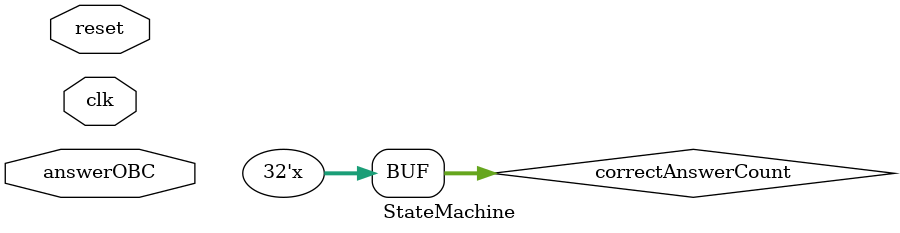
<source format=v>

`timescale 1 ns / 1 ns
	

module QuestionGeneration(input clk, output[3:0] questionToOBC);
	
	reg [3:0] question;
	always@(posedge clk)
		begin
			question = $random; //genrerate a bits question  with $random
		end
	assign questionToOBC = question;
		
endmodule

//Module qui calcule la reponse  a la question localement
//update la valeur de answer chaque fois que la question change
module localAnswer(input[3:0] question, output[3:0] answer);
		assign answer[0] = ~question[0];
		assign answer[1] = question[0] ^ question[1];
		assign answer[2] = question[1] ^ question[2];
		assign answer[3] = question[2] ^ question[3];
endmodule

module CheckModule(input[3:0] answerOBC, output result,input clk);

wire[3:0] answer;
wire[3:0] question;

QuestionGeneration q1(.clk(clk), .questionToOBC(question));

//generate local answer
localAnswer l1(question, answer);

	//compare OBC to local
	function reg answerCompare(input [3:0] answer,input [3:0] answerOBC);
		begin
			if(answer == answerOBC)
				answerCompare = 1;
			else
				answerCompare = 0;
		end
	endfunction
	//output result
	assign result = answerCompare(answer,answerOBC);

endmodule


module StateMachine(input reset,input clk, input[3:0] answerOBC);
	
	
	reg[1:0] present_state, next_state;

	
	integer i;
	integer correctAnswerCount;
	localparam start = 2'b00;
	localparam checking = 2'b01;
	localparam valid = 2'b10;
	localparam shutdown = 2'b11;//va devoir envoyer un signal au OBC 1 de shutdown et  allumer OBC2 
	wire result;//
	wire[3:0] question; 

	//state register, updates state on clk tik
	QuestionGeneration  q1(.clk(clk), .questionToOBC(question));
	CheckModule check1(.answerOBC(answerOBC), .result(result), .clk(clk));
	always@(posedge clk,posedge reset)
	
		begin
				if(reset)
					present_state = 2'b00;//b00 start state
				else
					present_state = next_state;
		end
	
	//based on present state do something
	always@(present_state)
		begin  
			case(present_state)
				start:
				begin	
				
					if(result == 1)
						next_state = valid;
					else
						next_state = checking;
				end
				
				checking:
				begin
					//comportement a voir
					//1: envoyer serie de question
					//stocker reponse dans un buffer, puis analyser le buffer
					//2: envoyer serie de question si toute les autre son bonne passer a valid sinon un autre etat de validation de pattern
					for(i=0; i < 10; i = i + 1)begin
						//envoyer question
						if(result)
							correctAnswerCount = correctAnswerCount + 1;
						if(correctAnswerCount == 10)
							next_state = valid;
						else
							next_state = shutdown; //maybe a little extreme but to see
						
						
					end
				
						
			
				end
				//devrait etre certain
				shutdown:
				begin
				end	
			endcase			   	
		end
endmodule


</source>
